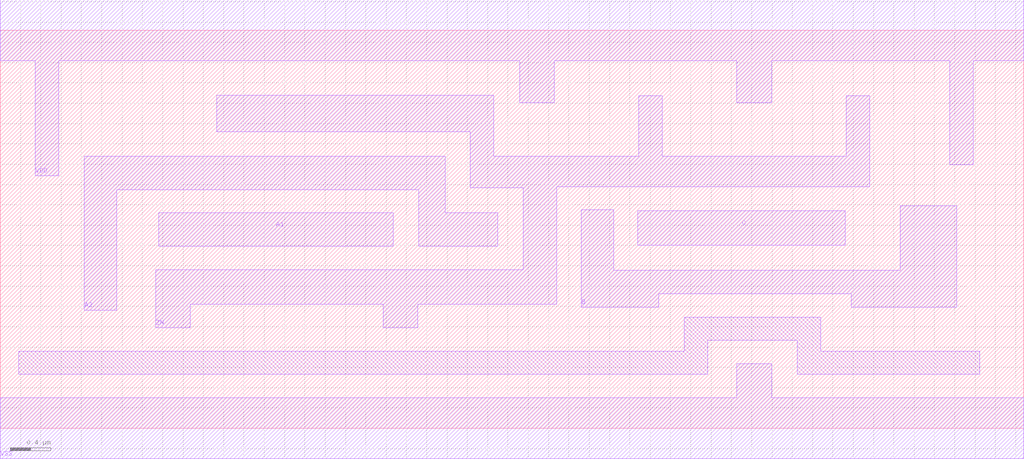
<source format=lef>
# Copyright 2022 GlobalFoundries PDK Authors
#
# Licensed under the Apache License, Version 2.0 (the "License");
# you may not use this file except in compliance with the License.
# You may obtain a copy of the License at
#
#      http://www.apache.org/licenses/LICENSE-2.0
#
# Unless required by applicable law or agreed to in writing, software
# distributed under the License is distributed on an "AS IS" BASIS,
# WITHOUT WARRANTIES OR CONDITIONS OF ANY KIND, either express or implied.
# See the License for the specific language governing permissions and
# limitations under the License.

MACRO gf180mcu_fd_sc_mcu7t5v0__oai211_2
  CLASS core ;
  FOREIGN gf180mcu_fd_sc_mcu7t5v0__oai211_2 0.0 0.0 ;
  ORIGIN 0 0 ;
  SYMMETRY X Y ;
  SITE GF018hv5v_mcu_sc7 ;
  SIZE 10.08 BY 3.92 ;
  PIN A1
    DIRECTION INPUT ;
    ANTENNAGATEAREA 2.079 ;
    PORT
      LAYER METAL1 ;
        POLYGON 1.56 1.79 3.87 1.79 3.87 2.12 1.56 2.12  ;
    END
  END A1
  PIN A2
    DIRECTION INPUT ;
    ANTENNAGATEAREA 2.079 ;
    PORT
      LAYER METAL1 ;
        POLYGON 0.825 1.16 1.145 1.16 1.145 2.35 4.12 2.35 4.12 1.79 4.9 1.79 4.9 2.12 4.38 2.12 4.38 2.68 0.825 2.68  ;
    END
  END A2
  PIN B
    DIRECTION INPUT ;
    ANTENNAGATEAREA 1.969 ;
    PORT
      LAYER METAL1 ;
        POLYGON 5.72 1.19 6.485 1.19 6.485 1.325 8.38 1.325 8.38 1.19 9.42 1.19 9.42 2.19 8.865 2.19 8.865 1.555 6.04 1.555 6.04 2.15 5.72 2.15  ;
    END
  END B
  PIN C
    DIRECTION INPUT ;
    ANTENNAGATEAREA 1.969 ;
    PORT
      LAYER METAL1 ;
        POLYGON 6.28 1.8 8.32 1.8 8.32 2.14 6.28 2.14  ;
    END
  END C
  PIN ZN
    DIRECTION OUTPUT ;
    ANTENNADIFFAREA 2.8374 ;
    PORT
      LAYER METAL1 ;
        POLYGON 2.13 2.92 4.63 2.92 4.63 2.37 5.15 2.37 5.15 1.56 1.53 1.56 1.53 0.99 1.87 0.99 1.87 1.22 3.77 1.22 3.77 0.99 4.11 0.99 4.11 1.22 5.48 1.22 5.48 2.38 8.56 2.38 8.56 3.275 8.33 3.275 8.33 2.68 6.52 2.68 6.52 3.275 6.29 3.275 6.29 2.68 4.86 2.68 4.86 3.28 2.13 3.28  ;
    END
  END ZN
  PIN VDD
    DIRECTION INOUT ;
    USE power ;
    SHAPE ABUTMENT ;
    PORT
      LAYER METAL1 ;
        POLYGON 0 3.62 0.345 3.62 0.345 2.485 0.575 2.485 0.575 3.62 5.115 3.62 5.115 3.205 5.455 3.205 5.455 3.62 7.255 3.62 7.255 3.205 7.595 3.205 7.595 3.62 9.35 3.62 9.35 2.595 9.58 2.595 9.58 3.62 9.645 3.62 10.08 3.62 10.08 4.22 9.645 4.22 0 4.22  ;
    END
  END VDD
  PIN VSS
    DIRECTION INOUT ;
    USE ground ;
    SHAPE ABUTMENT ;
    PORT
      LAYER METAL1 ;
        POLYGON 0 -0.3 10.08 -0.3 10.08 0.3 7.595 0.3 7.595 0.635 7.255 0.635 7.255 0.3 0 0.3  ;
    END
  END VSS
  OBS
      LAYER METAL1 ;
        POLYGON 0.18 0.53 6.965 0.53 6.965 0.865 7.85 0.865 7.85 0.53 9.645 0.53 9.645 0.76 8.08 0.76 8.08 1.095 6.735 1.095 6.735 0.76 0.18 0.76  ;
  END
END gf180mcu_fd_sc_mcu7t5v0__oai211_2

</source>
